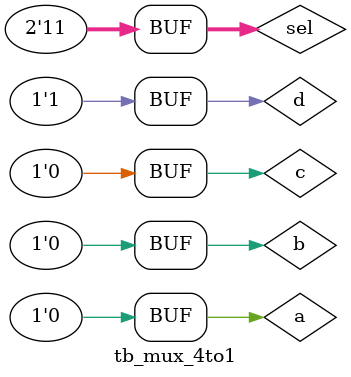
<source format=v>
`timescale 1ns/1ns
module tb_mux_4to1();

	reg a, b, c, d;
	reg [1:0] sel;
	wire out;

	mux_4to1 u1 (.a(a), .b(b), .c(c), .d(d), .sel(sel), .out(out));

	initial begin
		a = 1; b = 0; c = 1; d = 0;
		sel = 2'b00;
		#200
		sel = 2'b01;
		#200
		sel = 2'b11;
		#200
		sel = 2'b10;
		#200
		c = 0; a = 0; c = 0; d = 1;
		#200
		sel = 2'b00;
		#200
		sel = 2'b01;
		#200
		sel = 2'b10;
		#200
		sel = 2'b11;
	end

`ifdef FSDB
	initial begin
		$fsdbDumpfile("mux.fsdb");
		$fsdbDumpvars();
	end
`endif

endmodule

</source>
